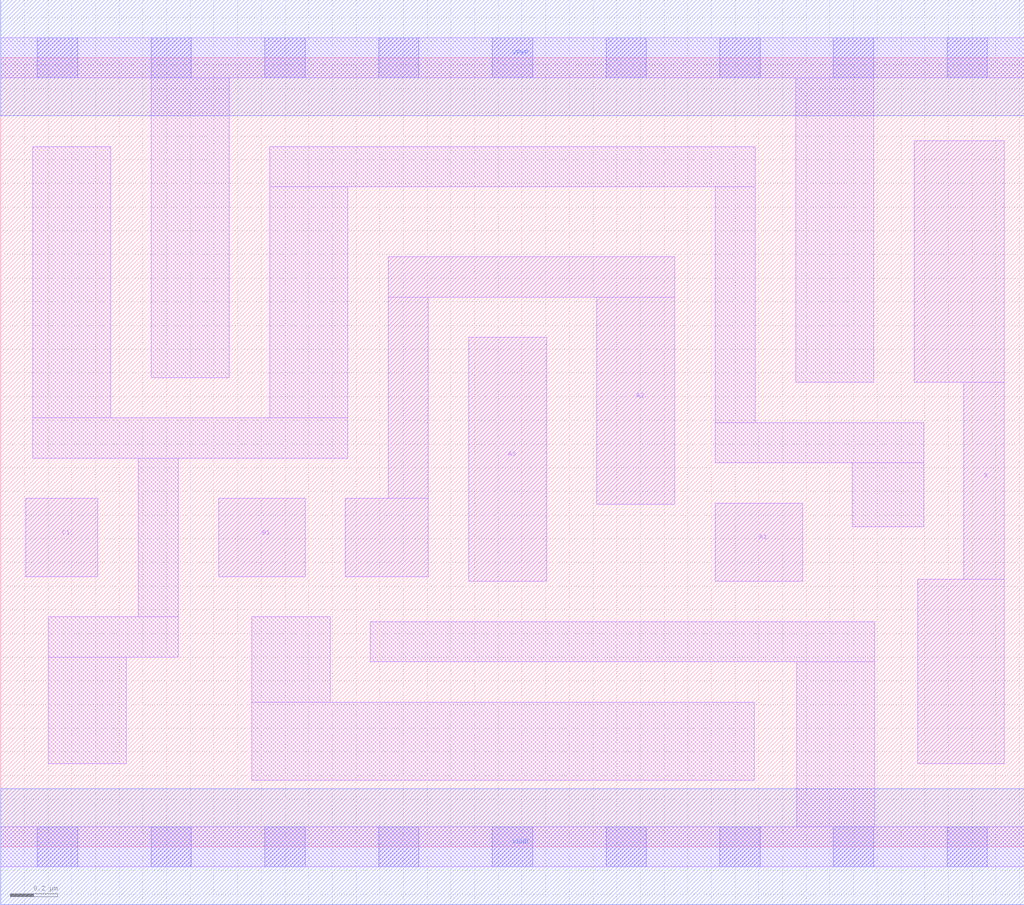
<source format=lef>
# Copyright 2020 The SkyWater PDK Authors
#
# Licensed under the Apache License, Version 2.0 (the "License");
# you may not use this file except in compliance with the License.
# You may obtain a copy of the License at
#
#     https://www.apache.org/licenses/LICENSE-2.0
#
# Unless required by applicable law or agreed to in writing, software
# distributed under the License is distributed on an "AS IS" BASIS,
# WITHOUT WARRANTIES OR CONDITIONS OF ANY KIND, either express or implied.
# See the License for the specific language governing permissions and
# limitations under the License.
#
# SPDX-License-Identifier: Apache-2.0

VERSION 5.7 ;
  NAMESCASESENSITIVE ON ;
  NOWIREEXTENSIONATPIN ON ;
  DIVIDERCHAR "/" ;
  BUSBITCHARS "[]" ;
UNITS
  DATABASE MICRONS 200 ;
END UNITS
MACRO sky130_fd_sc_hs__o311a_1
  CLASS CORE ;
  FOREIGN sky130_fd_sc_hs__o311a_1 ;
  ORIGIN  0.000000  0.000000 ;
  SIZE  4.320000 BY  3.330000 ;
  SYMMETRY X Y ;
  SITE unit ;
  PIN A1
    ANTENNAGATEAREA  0.246000 ;
    DIRECTION INPUT ;
    USE SIGNAL ;
    PORT
      LAYER li1 ;
        RECT 3.015000 1.120000 3.385000 1.450000 ;
    END
  END A1
  PIN A2
    ANTENNAGATEAREA  0.246000 ;
    DIRECTION INPUT ;
    USE SIGNAL ;
    PORT
      LAYER li1 ;
        RECT 1.455000 1.140000 1.805000 1.470000 ;
        RECT 1.635000 1.470000 1.805000 2.320000 ;
        RECT 1.635000 2.320000 2.845000 2.490000 ;
        RECT 2.515000 1.445000 2.845000 2.320000 ;
    END
  END A2
  PIN A3
    ANTENNAGATEAREA  0.246000 ;
    DIRECTION INPUT ;
    USE SIGNAL ;
    PORT
      LAYER li1 ;
        RECT 1.975000 1.120000 2.305000 2.150000 ;
    END
  END A3
  PIN B1
    ANTENNAGATEAREA  0.246000 ;
    DIRECTION INPUT ;
    USE SIGNAL ;
    PORT
      LAYER li1 ;
        RECT 0.920000 1.140000 1.285000 1.470000 ;
    END
  END B1
  PIN C1
    ANTENNAGATEAREA  0.246000 ;
    DIRECTION INPUT ;
    USE SIGNAL ;
    PORT
      LAYER li1 ;
        RECT 0.105000 1.140000 0.410000 1.470000 ;
    END
  END C1
  PIN X
    ANTENNADIFFAREA  0.541300 ;
    DIRECTION OUTPUT ;
    USE SIGNAL ;
    PORT
      LAYER li1 ;
        RECT 3.855000 1.960000 4.235000 2.980000 ;
        RECT 3.870000 0.350000 4.235000 1.130000 ;
        RECT 4.065000 1.130000 4.235000 1.960000 ;
    END
  END X
  PIN VGND
    DIRECTION INOUT ;
    USE GROUND ;
    PORT
      LAYER met1 ;
        RECT 0.000000 -0.245000 4.320000 0.245000 ;
    END
  END VGND
  PIN VPWR
    DIRECTION INOUT ;
    USE POWER ;
    PORT
      LAYER met1 ;
        RECT 0.000000 3.085000 4.320000 3.575000 ;
    END
  END VPWR
  OBS
    LAYER li1 ;
      RECT 0.000000 -0.085000 4.320000 0.085000 ;
      RECT 0.000000  3.245000 4.320000 3.415000 ;
      RECT 0.135000  1.640000 1.465000 1.810000 ;
      RECT 0.135000  1.810000 0.465000 2.955000 ;
      RECT 0.200000  0.350000 0.530000 0.800000 ;
      RECT 0.200000  0.800000 0.750000 0.970000 ;
      RECT 0.580000  0.970000 0.750000 1.640000 ;
      RECT 0.635000  1.980000 0.965000 3.245000 ;
      RECT 1.060000  0.280000 3.180000 0.610000 ;
      RECT 1.060000  0.610000 1.390000 0.970000 ;
      RECT 1.135000  1.810000 1.465000 2.785000 ;
      RECT 1.135000  2.785000 3.185000 2.955000 ;
      RECT 1.560000  0.780000 3.690000 0.950000 ;
      RECT 3.015000  1.620000 3.895000 1.790000 ;
      RECT 3.015000  1.790000 3.185000 2.785000 ;
      RECT 3.355000  1.960000 3.685000 3.245000 ;
      RECT 3.360000  0.085000 3.690000 0.780000 ;
      RECT 3.595000  1.350000 3.895000 1.620000 ;
    LAYER mcon ;
      RECT 0.155000 -0.085000 0.325000 0.085000 ;
      RECT 0.155000  3.245000 0.325000 3.415000 ;
      RECT 0.635000 -0.085000 0.805000 0.085000 ;
      RECT 0.635000  3.245000 0.805000 3.415000 ;
      RECT 1.115000 -0.085000 1.285000 0.085000 ;
      RECT 1.115000  3.245000 1.285000 3.415000 ;
      RECT 1.595000 -0.085000 1.765000 0.085000 ;
      RECT 1.595000  3.245000 1.765000 3.415000 ;
      RECT 2.075000 -0.085000 2.245000 0.085000 ;
      RECT 2.075000  3.245000 2.245000 3.415000 ;
      RECT 2.555000 -0.085000 2.725000 0.085000 ;
      RECT 2.555000  3.245000 2.725000 3.415000 ;
      RECT 3.035000 -0.085000 3.205000 0.085000 ;
      RECT 3.035000  3.245000 3.205000 3.415000 ;
      RECT 3.515000 -0.085000 3.685000 0.085000 ;
      RECT 3.515000  3.245000 3.685000 3.415000 ;
      RECT 3.995000 -0.085000 4.165000 0.085000 ;
      RECT 3.995000  3.245000 4.165000 3.415000 ;
  END
END sky130_fd_sc_hs__o311a_1
END LIBRARY

</source>
